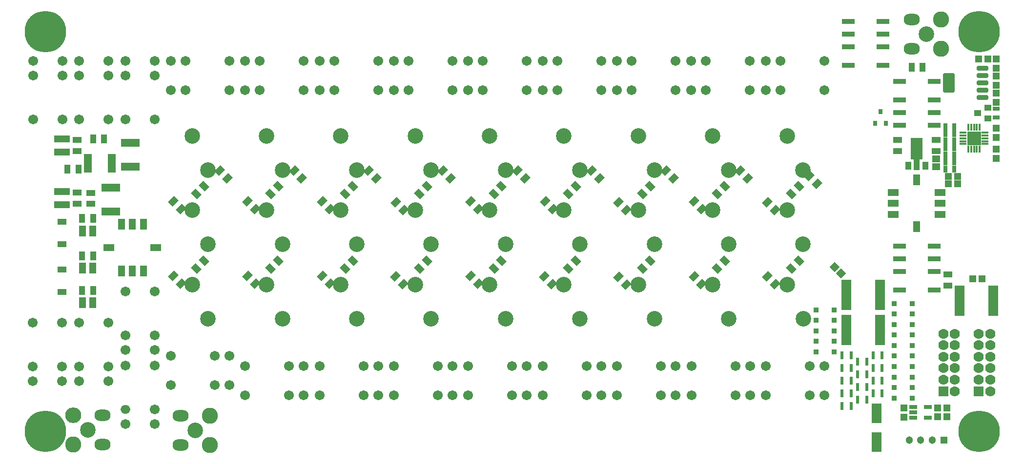
<source format=gts>
G04*
G04 #@! TF.GenerationSoftware,Altium Limited,Altium Designer,21.7.1 (17)*
G04*
G04 Layer_Color=8388736*
%FSLAX44Y44*%
%MOMM*%
G71*
G04*
G04 #@! TF.SameCoordinates,6DA6EFF2-A010-467E-8A55-43E705FB17ED*
G04*
G04*
G04 #@! TF.FilePolarity,Negative*
G04*
G01*
G75*
%ADD18R,0.9000X0.9500*%
%ADD36R,0.8000X0.9000*%
%ADD40R,0.6000X1.4500*%
%ADD43R,1.3562X1.1544*%
%ADD50R,1.8032X3.4032*%
%ADD51R,1.6032X1.0532*%
%ADD52R,1.2032X1.2032*%
%ADD53R,2.7432X1.2232*%
%ADD54R,1.2232X1.9832*%
%ADD55R,3.2532X1.3432*%
%ADD56R,1.3432X3.2532*%
%ADD57R,1.1032X1.5032*%
%ADD58R,1.2232X1.9832*%
%ADD59R,1.9832X1.2232*%
%ADD60R,1.5032X1.1032*%
G04:AMPARAMS|DCode=61|XSize=3.3532mm|YSize=2.0032mm|CornerRadius=0.1556mm|HoleSize=0mm|Usage=FLASHONLY|Rotation=270.000|XOffset=0mm|YOffset=0mm|HoleType=Round|Shape=RoundedRectangle|*
%AMROUNDEDRECTD61*
21,1,3.3532,1.6920,0,0,270.0*
21,1,3.0420,2.0032,0,0,270.0*
1,1,0.3112,-0.8460,-1.5210*
1,1,0.3112,-0.8460,1.5210*
1,1,0.3112,0.8460,1.5210*
1,1,0.3112,0.8460,-1.5210*
%
%ADD61ROUNDEDRECTD61*%
G04:AMPARAMS|DCode=62|XSize=0.8032mm|YSize=2.0032mm|CornerRadius=0.1526mm|HoleSize=0mm|Usage=FLASHONLY|Rotation=270.000|XOffset=0mm|YOffset=0mm|HoleType=Round|Shape=RoundedRectangle|*
%AMROUNDEDRECTD62*
21,1,0.8032,1.6980,0,0,270.0*
21,1,0.4980,2.0032,0,0,270.0*
1,1,0.3052,-0.8490,-0.2490*
1,1,0.3052,-0.8490,0.2490*
1,1,0.3052,0.8490,0.2490*
1,1,0.3052,0.8490,-0.2490*
%
%ADD62ROUNDEDRECTD62*%
%ADD63R,1.2032X1.2032*%
%ADD64R,1.6832X0.6532*%
%ADD65R,0.4532X1.2032*%
%ADD66R,1.2032X0.4532*%
%ADD67R,2.4032X2.4032*%
%ADD68R,1.1752X1.0052*%
%ADD69R,1.2032X0.7032*%
%ADD70R,1.4032X0.8032*%
%ADD71R,2.2032X0.9032*%
%ADD72R,1.0632X1.4732*%
G04:AMPARAMS|DCode=73|XSize=1.5032mm|YSize=1.1032mm|CornerRadius=0mm|HoleSize=0mm|Usage=FLASHONLY|Rotation=45.000|XOffset=0mm|YOffset=0mm|HoleType=Round|Shape=Rectangle|*
%AMROTATEDRECTD73*
4,1,4,-0.1414,-0.9215,-0.9215,-0.1414,0.1414,0.9215,0.9215,0.1414,-0.1414,-0.9215,0.0*
%
%ADD73ROTATEDRECTD73*%

G04:AMPARAMS|DCode=74|XSize=1.5032mm|YSize=1.1032mm|CornerRadius=0mm|HoleSize=0mm|Usage=FLASHONLY|Rotation=315.000|XOffset=0mm|YOffset=0mm|HoleType=Round|Shape=Rectangle|*
%AMROTATEDRECTD74*
4,1,4,-0.9215,0.1414,-0.1414,0.9215,0.9215,-0.1414,0.1414,-0.9215,-0.9215,0.1414,0.0*
%
%ADD74ROTATEDRECTD74*%

%ADD75R,2.0032X3.6832*%
%ADD76R,1.0632X2.0532*%
%ADD77R,0.7032X1.2032*%
%ADD78P,1.7016X4X270.0*%
%ADD79C,1.7032*%
%ADD80O,1.7032X1.5032*%
%ADD81C,2.7032*%
%ADD82R,1.3032X1.3032*%
%ADD83C,1.3032*%
%ADD84C,1.7782*%
%ADD85R,1.7782X1.7782*%
%ADD86C,7.2032*%
%ADD87C,1.2032*%
%ADD88C,2.8032*%
%ADD89O,2.8032X2.0032*%
%ADD90O,2.8032X2.7032*%
D18*
X1377500Y251500D02*
D03*
X1409000D02*
D03*
X1513000Y98250D02*
D03*
X1544500D02*
D03*
Y116500D02*
D03*
X1513000D02*
D03*
X1377500Y215000D02*
D03*
X1409000D02*
D03*
X1377500Y178500D02*
D03*
X1409000D02*
D03*
X1377500Y196750D02*
D03*
X1409000D02*
D03*
X1544500Y207750D02*
D03*
X1513000D02*
D03*
X1544500Y189500D02*
D03*
X1513000D02*
D03*
X1544500Y171250D02*
D03*
X1513000D02*
D03*
X1544500Y153000D02*
D03*
X1513000D02*
D03*
X1544500Y134750D02*
D03*
X1513000D02*
D03*
X1377500Y233250D02*
D03*
X1409000D02*
D03*
X1544500Y244250D02*
D03*
X1513000D02*
D03*
X1544500Y262500D02*
D03*
X1513000D02*
D03*
X1544500Y226000D02*
D03*
X1513000D02*
D03*
D36*
X1489000Y595500D02*
D03*
X1498500Y575500D02*
D03*
X1479500D02*
D03*
D40*
X1476000Y106750D02*
D03*
X1449000Y95750D02*
D03*
X1422000Y106750D02*
D03*
X1449000Y117750D02*
D03*
X1476000Y128750D02*
D03*
X1422000Y84750D02*
D03*
Y128750D02*
D03*
X1449000Y139750D02*
D03*
X1476000Y150750D02*
D03*
X1422000D02*
D03*
X1449000Y161750D02*
D03*
X1476000Y172750D02*
D03*
X1422000D02*
D03*
X1492000Y106750D02*
D03*
X1465000Y95750D02*
D03*
X1438000Y106750D02*
D03*
X1465000Y117750D02*
D03*
X1492000Y128750D02*
D03*
X1438000D02*
D03*
X1465000Y139750D02*
D03*
X1492000Y150750D02*
D03*
X1438000D02*
D03*
X1465000Y161750D02*
D03*
X1492000Y172750D02*
D03*
X1438000D02*
D03*
Y84750D02*
D03*
D43*
X1585250Y513759D02*
D03*
Y500241D02*
D03*
D50*
X1482500Y21750D02*
D03*
Y71750D02*
D03*
D51*
X69250Y404250D02*
D03*
Y365250D02*
D03*
Y282750D02*
D03*
Y321750D02*
D03*
D52*
X1530000Y81250D02*
D03*
Y65250D02*
D03*
X1689500Y566750D02*
D03*
Y550750D02*
D03*
Y514500D02*
D03*
Y530500D02*
D03*
Y611750D02*
D03*
Y627750D02*
D03*
Y657250D02*
D03*
Y641250D02*
D03*
Y671000D02*
D03*
Y687000D02*
D03*
D53*
X69250Y434000D02*
D03*
Y457000D02*
D03*
Y548250D02*
D03*
Y525250D02*
D03*
D54*
X122750Y388000D02*
D03*
X104750D02*
D03*
Y323750D02*
D03*
X122750D02*
D03*
Y263500D02*
D03*
X104750D02*
D03*
D55*
X187750Y541500D02*
D03*
Y500000D02*
D03*
X154000Y463500D02*
D03*
Y422000D02*
D03*
D56*
X155250Y506000D02*
D03*
X113750D02*
D03*
D57*
X104250Y345000D02*
D03*
X123250D02*
D03*
Y548250D02*
D03*
X142250D02*
D03*
X78750Y495500D02*
D03*
X97750D02*
D03*
X104250Y410000D02*
D03*
X123250D02*
D03*
Y285250D02*
D03*
X104250D02*
D03*
X1543000Y672500D02*
D03*
X1562000D02*
D03*
D58*
X210350Y400400D02*
D03*
X191250D02*
D03*
X172150D02*
D03*
Y319100D02*
D03*
X191250D02*
D03*
X210350D02*
D03*
X1552000Y395600D02*
D03*
Y476900D02*
D03*
D59*
X150600Y359750D02*
D03*
X231900D02*
D03*
X1511350Y455350D02*
D03*
Y436250D02*
D03*
Y417150D02*
D03*
X1592650D02*
D03*
Y436250D02*
D03*
Y455350D02*
D03*
D60*
X95500Y546250D02*
D03*
Y527250D02*
D03*
Y436000D02*
D03*
Y455000D02*
D03*
X118750Y435750D02*
D03*
Y454750D02*
D03*
X1518750Y527500D02*
D03*
Y546500D02*
D03*
X1585500D02*
D03*
Y527500D02*
D03*
X1606250Y293750D02*
D03*
Y312750D02*
D03*
D61*
X1607500Y646100D02*
D03*
D62*
X1666000Y671500D02*
D03*
Y658800D02*
D03*
Y646100D02*
D03*
Y633400D02*
D03*
Y620700D02*
D03*
D63*
X1675250Y687000D02*
D03*
X1659250D02*
D03*
X1665500Y305500D02*
D03*
X1649500D02*
D03*
X1606500Y470250D02*
D03*
X1622500D02*
D03*
X1606500Y483250D02*
D03*
X1622500D02*
D03*
X1604500Y80750D02*
D03*
X1588500D02*
D03*
X1604500Y65750D02*
D03*
X1588500D02*
D03*
D64*
X1625900Y289750D02*
D03*
Y283250D02*
D03*
Y276750D02*
D03*
Y270250D02*
D03*
Y263750D02*
D03*
Y257250D02*
D03*
Y250750D02*
D03*
Y244250D02*
D03*
X1684600D02*
D03*
Y250750D02*
D03*
Y257250D02*
D03*
Y263750D02*
D03*
Y270250D02*
D03*
Y276750D02*
D03*
Y283250D02*
D03*
Y289750D02*
D03*
X1488600Y239000D02*
D03*
Y232500D02*
D03*
Y226000D02*
D03*
Y219500D02*
D03*
Y213000D02*
D03*
Y206500D02*
D03*
Y200000D02*
D03*
Y193500D02*
D03*
X1429900D02*
D03*
Y200000D02*
D03*
Y206500D02*
D03*
Y213000D02*
D03*
Y219500D02*
D03*
Y226000D02*
D03*
Y232500D02*
D03*
Y239000D02*
D03*
X1488600Y300000D02*
D03*
Y293500D02*
D03*
Y287000D02*
D03*
Y280500D02*
D03*
Y274000D02*
D03*
Y267500D02*
D03*
Y261000D02*
D03*
Y254500D02*
D03*
X1429900D02*
D03*
Y261000D02*
D03*
Y267500D02*
D03*
Y274000D02*
D03*
Y280500D02*
D03*
Y287000D02*
D03*
Y293500D02*
D03*
Y300000D02*
D03*
D65*
X1641250Y530500D02*
D03*
X1646250D02*
D03*
X1651250D02*
D03*
X1656250D02*
D03*
X1661250D02*
D03*
Y568500D02*
D03*
X1656250D02*
D03*
X1651250D02*
D03*
X1646250D02*
D03*
X1641250D02*
D03*
D66*
X1670250Y539500D02*
D03*
Y544500D02*
D03*
Y549500D02*
D03*
Y554500D02*
D03*
Y559500D02*
D03*
X1632250D02*
D03*
Y554500D02*
D03*
Y549500D02*
D03*
Y544500D02*
D03*
Y539500D02*
D03*
D67*
X1651250Y549500D02*
D03*
D68*
X1675100Y583500D02*
D03*
Y602500D02*
D03*
X1657400Y593000D02*
D03*
D69*
X1689500Y585500D02*
D03*
Y600500D02*
D03*
D70*
X1571000Y82750D02*
D03*
Y63750D02*
D03*
X1546000D02*
D03*
Y73250D02*
D03*
Y82750D02*
D03*
D71*
X1522000Y572000D02*
D03*
X1582000D02*
D03*
X1433000Y708000D02*
D03*
Y730000D02*
D03*
Y752000D02*
D03*
X1493000Y708000D02*
D03*
Y730000D02*
D03*
Y752000D02*
D03*
Y676000D02*
D03*
X1433000D02*
D03*
X1582000Y616000D02*
D03*
Y594000D02*
D03*
X1522000Y616000D02*
D03*
Y594000D02*
D03*
Y648000D02*
D03*
X1582000D02*
D03*
X1522000Y318250D02*
D03*
Y340250D02*
D03*
Y362250D02*
D03*
X1582000Y318250D02*
D03*
Y340250D02*
D03*
Y362250D02*
D03*
Y286250D02*
D03*
X1522000D02*
D03*
D72*
X1537000Y501450D02*
D03*
X1567000D02*
D03*
D73*
X342837Y493375D02*
D03*
X275718Y426283D02*
D03*
Y297000D02*
D03*
X471837Y493375D02*
D03*
X404717Y426283D02*
D03*
Y297000D02*
D03*
X600837Y493375D02*
D03*
X533717Y426283D02*
D03*
Y297000D02*
D03*
X729837Y493375D02*
D03*
X661468Y424782D02*
D03*
X661250Y296000D02*
D03*
X858837Y493375D02*
D03*
X791718Y426283D02*
D03*
X791718Y297033D02*
D03*
X987837Y493375D02*
D03*
X920717Y426283D02*
D03*
X919467Y296033D02*
D03*
X1116837Y493375D02*
D03*
X1048000Y424500D02*
D03*
X1047968Y295282D02*
D03*
X1245533Y492967D02*
D03*
X1179006Y426283D02*
D03*
X1178717Y296033D02*
D03*
X1365533Y483968D02*
D03*
X1306467Y424782D02*
D03*
X1306467Y296033D02*
D03*
X356272Y479940D02*
D03*
X262283Y310435D02*
D03*
Y439717D02*
D03*
X485272Y479940D02*
D03*
X391283Y310435D02*
D03*
Y439717D02*
D03*
X614272Y479940D02*
D03*
X520283Y310435D02*
D03*
Y439717D02*
D03*
X743272Y479940D02*
D03*
X647815Y309435D02*
D03*
X648033Y438218D02*
D03*
X872272Y479940D02*
D03*
X778282Y310467D02*
D03*
X778282Y439717D02*
D03*
X1001272Y479940D02*
D03*
X906032Y309468D02*
D03*
X907282Y439717D02*
D03*
X1130272Y479940D02*
D03*
X1034532Y308717D02*
D03*
X1034565Y437935D02*
D03*
X1258968Y479533D02*
D03*
X1165283Y309468D02*
D03*
X1165571Y439717D02*
D03*
X1378967Y470532D02*
D03*
X1293033Y309468D02*
D03*
X1293033Y438218D02*
D03*
D74*
X315718Y465967D02*
D03*
X315518Y336968D02*
D03*
X302283Y452533D02*
D03*
X302083Y323532D02*
D03*
X444518Y465967D02*
D03*
Y336968D02*
D03*
X431082Y452533D02*
D03*
Y323532D02*
D03*
X573517Y465967D02*
D03*
Y336968D02*
D03*
X560083Y452533D02*
D03*
Y323532D02*
D03*
X702517Y465967D02*
D03*
Y336968D02*
D03*
X689082Y452533D02*
D03*
Y323532D02*
D03*
X831517Y465967D02*
D03*
Y336968D02*
D03*
X818083Y452533D02*
D03*
Y323532D02*
D03*
X960518Y465967D02*
D03*
Y336968D02*
D03*
X947083Y452533D02*
D03*
Y323532D02*
D03*
X1089518Y465967D02*
D03*
Y336968D02*
D03*
X1076083Y452533D02*
D03*
Y323532D02*
D03*
X1218629Y465967D02*
D03*
X1218806Y336968D02*
D03*
X1205194Y452533D02*
D03*
X1205371Y323532D02*
D03*
X1347694Y465967D02*
D03*
X1347871Y336968D02*
D03*
X1334259Y452533D02*
D03*
X1334436Y323532D02*
D03*
D75*
X1552000Y531000D02*
D03*
D76*
Y504350D02*
D03*
D77*
X1617000Y496250D02*
D03*
X1602000D02*
D03*
Y508500D02*
D03*
X1617000D02*
D03*
X1602000Y569750D02*
D03*
X1617000D02*
D03*
X1602000Y520750D02*
D03*
X1617000D02*
D03*
X1602000Y533000D02*
D03*
X1617000D02*
D03*
X1602000Y545250D02*
D03*
X1617000D02*
D03*
X1602000Y557500D02*
D03*
X1617000D02*
D03*
D78*
X1420407Y314343D02*
D03*
X1409093Y325657D02*
D03*
D79*
X18500Y127700D02*
D03*
Y153100D02*
D03*
Y229300D02*
D03*
X69300D02*
D03*
Y153100D02*
D03*
Y127700D02*
D03*
X18850Y684050D02*
D03*
Y658650D02*
D03*
Y582450D02*
D03*
X69650D02*
D03*
Y658650D02*
D03*
Y684050D02*
D03*
X179100Y52950D02*
D03*
Y154550D02*
D03*
X229900D02*
D03*
Y78350D02*
D03*
Y52950D02*
D03*
X149900Y127700D02*
D03*
Y153100D02*
D03*
Y229300D02*
D03*
X99100D02*
D03*
Y153100D02*
D03*
Y127700D02*
D03*
X149775Y684050D02*
D03*
Y658650D02*
D03*
Y582450D02*
D03*
X98975D02*
D03*
Y658650D02*
D03*
Y684050D02*
D03*
X1391600Y154040D02*
D03*
X1366200D02*
D03*
X1290000D02*
D03*
Y103240D02*
D03*
X1366200D02*
D03*
X1391600D02*
D03*
X1290000Y683540D02*
D03*
X1315400D02*
D03*
X1391600D02*
D03*
Y632740D02*
D03*
X1315400D02*
D03*
X1290000D02*
D03*
X1262600Y154040D02*
D03*
X1237200D02*
D03*
X1161000D02*
D03*
Y103240D02*
D03*
X1237200D02*
D03*
X1262600D02*
D03*
X1160950Y683540D02*
D03*
X1186350D02*
D03*
X1262550D02*
D03*
Y632740D02*
D03*
X1186350D02*
D03*
X1160950D02*
D03*
X1133600Y154040D02*
D03*
X1108200D02*
D03*
X1032000D02*
D03*
Y103240D02*
D03*
X1108200D02*
D03*
X1133600D02*
D03*
X1032000Y683540D02*
D03*
X1057400D02*
D03*
X1133600D02*
D03*
Y632740D02*
D03*
X1057400D02*
D03*
X1032000D02*
D03*
X1004600Y154040D02*
D03*
X979200D02*
D03*
X903000D02*
D03*
Y103240D02*
D03*
X979200D02*
D03*
X1004600D02*
D03*
X903000Y683500D02*
D03*
X928400D02*
D03*
X1004600D02*
D03*
Y632700D02*
D03*
X928400D02*
D03*
X903000D02*
D03*
X875600Y154040D02*
D03*
X850200D02*
D03*
X774000D02*
D03*
Y103240D02*
D03*
X850200D02*
D03*
X875600D02*
D03*
X774000Y683500D02*
D03*
X799400D02*
D03*
X875600D02*
D03*
Y632700D02*
D03*
X799400D02*
D03*
X774000D02*
D03*
X746600Y154040D02*
D03*
X721200D02*
D03*
X645000D02*
D03*
Y103240D02*
D03*
X721200D02*
D03*
X746600D02*
D03*
X645000Y683500D02*
D03*
X670400D02*
D03*
X746600D02*
D03*
Y632700D02*
D03*
X670400D02*
D03*
X645000D02*
D03*
X617600Y154040D02*
D03*
X592200D02*
D03*
X516000D02*
D03*
Y103240D02*
D03*
X592200D02*
D03*
X617600D02*
D03*
X516000Y683500D02*
D03*
X541400D02*
D03*
X617600D02*
D03*
Y632700D02*
D03*
X541400D02*
D03*
X516000D02*
D03*
X488600Y154040D02*
D03*
X463200D02*
D03*
X387000D02*
D03*
Y103240D02*
D03*
X463200D02*
D03*
X488600D02*
D03*
X387000Y683500D02*
D03*
X412400D02*
D03*
X488600D02*
D03*
Y632700D02*
D03*
X412400D02*
D03*
X387000D02*
D03*
X359550Y171650D02*
D03*
X334150D02*
D03*
X257950D02*
D03*
Y120850D02*
D03*
X334150D02*
D03*
X359550D02*
D03*
X258000Y683500D02*
D03*
X283400D02*
D03*
X359600D02*
D03*
Y632700D02*
D03*
X283400D02*
D03*
X258000D02*
D03*
X229900Y181950D02*
D03*
Y207350D02*
D03*
Y283550D02*
D03*
X179100D02*
D03*
Y207350D02*
D03*
Y181950D02*
D03*
X229900Y684050D02*
D03*
Y658650D02*
D03*
Y582450D02*
D03*
X179100D02*
D03*
Y658650D02*
D03*
Y684050D02*
D03*
X1651250Y549500D02*
D03*
D80*
X179100Y78350D02*
D03*
D81*
X1198035Y424323D02*
D03*
X1225789Y365457D02*
D03*
X709677D02*
D03*
X681923Y424323D02*
D03*
X709677Y236228D02*
D03*
X681923Y295095D02*
D03*
Y553198D02*
D03*
X709677Y494332D02*
D03*
X552923Y424323D02*
D03*
X580677Y365457D02*
D03*
X552923Y295095D02*
D03*
X580677Y236228D02*
D03*
Y494332D02*
D03*
X552923Y553198D02*
D03*
X451677Y365457D02*
D03*
X423923Y424323D02*
D03*
X451677Y236228D02*
D03*
X423923Y295095D02*
D03*
Y553198D02*
D03*
X451677Y494332D02*
D03*
X294923Y424323D02*
D03*
X322677Y365457D02*
D03*
X294923Y295095D02*
D03*
X322677Y236228D02*
D03*
Y494332D02*
D03*
X294923Y553198D02*
D03*
X967677Y365457D02*
D03*
X939923Y424323D02*
D03*
X967677Y236228D02*
D03*
X939923Y295095D02*
D03*
Y553198D02*
D03*
X967677Y494332D02*
D03*
X810923Y424323D02*
D03*
X838677Y365457D02*
D03*
X810923Y295095D02*
D03*
X838677Y236228D02*
D03*
Y494332D02*
D03*
X810923Y553198D02*
D03*
X1327100Y424323D02*
D03*
X1354854Y365457D02*
D03*
X1327277Y295095D02*
D03*
X1355031Y236228D02*
D03*
X1354854Y494508D02*
D03*
X1327100Y553375D02*
D03*
X1225965Y236228D02*
D03*
X1198211Y295095D02*
D03*
Y553198D02*
D03*
X1225965Y494332D02*
D03*
X1068923Y424323D02*
D03*
X1096677Y365457D02*
D03*
X1068923Y295095D02*
D03*
X1096677Y236228D02*
D03*
Y494332D02*
D03*
X1068923Y553198D02*
D03*
X300500Y42250D02*
D03*
X1569000Y730000D02*
D03*
X114000Y43000D02*
D03*
D82*
X1598750Y25250D02*
D03*
D83*
X1578750D02*
D03*
X1558750D02*
D03*
X1538750D02*
D03*
D84*
X1618000Y210000D02*
D03*
X1598000D02*
D03*
X1618000Y190000D02*
D03*
X1598000D02*
D03*
X1618000Y170000D02*
D03*
X1598000D02*
D03*
X1618000Y150000D02*
D03*
X1598000D02*
D03*
X1618000Y130000D02*
D03*
X1598000D02*
D03*
X1618000Y110000D02*
D03*
X1679250D02*
D03*
X1659250Y130000D02*
D03*
X1679250D02*
D03*
X1659250Y150000D02*
D03*
X1679250D02*
D03*
X1659250Y170000D02*
D03*
X1679250D02*
D03*
X1659250Y190000D02*
D03*
X1679250D02*
D03*
X1659250Y210000D02*
D03*
X1679250D02*
D03*
D85*
X1598000Y110000D02*
D03*
X1659250D02*
D03*
D86*
X1660000Y735000D02*
D03*
X40000D02*
D03*
X1660000Y40000D02*
D03*
X40000D02*
D03*
D87*
X1642000Y717000D02*
D03*
X1678000Y753000D02*
D03*
X1642000D02*
D03*
X1678000Y717000D02*
D03*
X1660000Y760000D02*
D03*
Y710000D02*
D03*
X1635000Y735000D02*
D03*
X1685000D02*
D03*
X22000Y717000D02*
D03*
X58000Y753000D02*
D03*
X22000D02*
D03*
X58000Y717000D02*
D03*
X40000Y760000D02*
D03*
Y710000D02*
D03*
X15000Y735000D02*
D03*
X65000D02*
D03*
X1685000Y40000D02*
D03*
X1635000D02*
D03*
X1660000Y15000D02*
D03*
Y65000D02*
D03*
X1678000Y22000D02*
D03*
X1642000Y58000D02*
D03*
X1678000D02*
D03*
X1642000Y22000D02*
D03*
X22000D02*
D03*
X58000Y58000D02*
D03*
X22000D02*
D03*
X58000Y22000D02*
D03*
X40000Y65000D02*
D03*
Y15000D02*
D03*
X15000Y40000D02*
D03*
X65000D02*
D03*
D88*
X325900Y67650D02*
D03*
Y16850D02*
D03*
X1594400Y755400D02*
D03*
Y704600D02*
D03*
X88600Y17600D02*
D03*
D89*
X275100Y16850D02*
D03*
Y67650D02*
D03*
X1543600Y704600D02*
D03*
Y755400D02*
D03*
X139400Y68400D02*
D03*
Y17600D02*
D03*
D90*
X88600Y68400D02*
D03*
M02*

</source>
